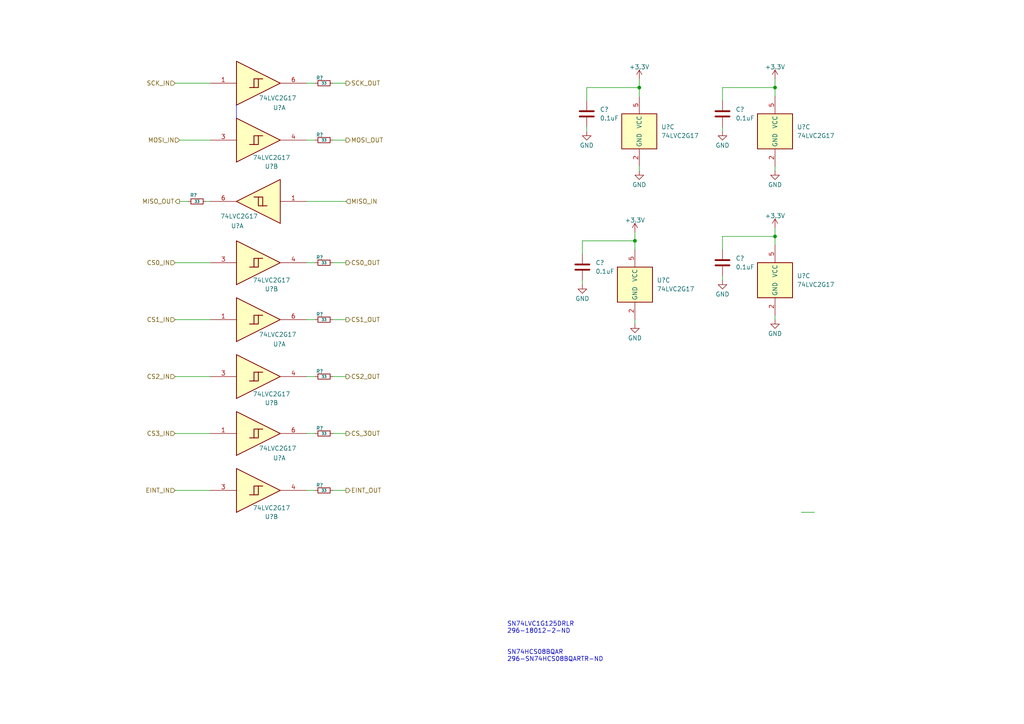
<source format=kicad_sch>
(kicad_sch (version 20250114) (generator "eeschema") (generator_version "9.0")
  (paper "A4")
  (lib_symbols
    (symbol "74xGxx:74LVC2G17"
      (property "Reference" "U" (at -1.27 7.62 0))
      (property "Value" "74LVC2G17" (at 2.54 -7.62 0))
      (symbol "74LVC2G17_1_1"
        (polyline (pts (xy -7.62 6.35) (xy -7.62 -6.35) (xy 5.08 0) (xy -7.62 6.35)) (stroke (width 0.254)) (fill (type background)))
        (polyline (pts (xy -3.81 1.27) (xy -2.54 1.27) (xy -2.54 -1.27) (xy 0 -1.27)) (stroke (width 0.254)) (fill (type background)))
        (polyline (pts (xy -2.54 1.27) (xy -1.27 1.27) (xy -1.27 -1.27)) (stroke (width 0.254)) (fill (type background)))
        (pin input line (at -15.24 0 0) (length 7.62) (name "~") (number "1"))
        (pin output line (at 12.7 0 180) (length 7.62) (name "~") (number "6"))
      )
      (symbol "74LVC2G17_2_1"
        (polyline (pts (xy -7.62 6.35) (xy -7.62 -6.35) (xy 5.08 0) (xy -7.62 6.35)) (stroke (width 0.254)) (fill (type background)))
        (polyline (pts (xy -3.81 1.27) (xy -2.54 1.27) (xy -2.54 -1.27) (xy 0 -1.27)) (stroke (width 0.254)) (fill (type background)))
        (polyline (pts (xy -2.54 1.27) (xy -1.27 1.27) (xy -1.27 -1.27)) (stroke (width 0.254)) (fill (type background)))
        (pin input line (at -15.24 0 0) (length 7.62) (name "~") (number "3"))
        (pin output line (at 12.7 0 180) (length 7.62) (name "~") (number "4"))
      )
      (symbol "74LVC2G17_3_0"
        (rectangle (start -5.08 -5.08) (end 5.08 5.08) (stroke (width 0.254)) (fill (type background)))
      )
      (symbol "74LVC2G17_3_1"
        (pin power_in line (at 0 10.16 270) (length 5.08) (name "VCC") (number "5"))
        (pin power_in line (at 0 -10.16 90) (length 5.08) (name "GND") (number "2"))
      )
    )
    (symbol "Device:C" (pin_numbers (hide yes)) (pin_names (offset 0.254))
      (property "Reference" "C" (at 0.635 2.54 0))
      (property "Value" "C" (at 0.635 -2.54 0))
      (symbol "C_0_1"
        (polyline (pts (xy -2.032 0.762) (xy 2.032 0.762)) (stroke (width 0.508)))
        (polyline (pts (xy -2.032 -0.762) (xy 2.032 -0.762)) (stroke (width 0.508)))
      )
      (symbol "C_1_1"
        (pin passive line (at 0 3.81 270) (length 2.794) (name "~") (number "1"))
        (pin passive line (at 0 -3.81 90) (length 2.794) (name "~") (number "2"))
      )
    )
    (symbol "Device:R_Small" (pin_numbers (hide yes)) (pin_names (offset 0.254) (hide yes))
      (property "Reference" "R" (at 0 0 90))
      (property "Value" "R_Small" (at 1.778 0 90))
      (symbol "R_Small_0_1"
        (rectangle (start -0.762 1.778) (end 0.762 -1.778) (stroke (width 0.2032)))
      )
      (symbol "R_Small_1_1"
        (pin passive line (at 0 2.54 270) (length 0.762) (name "~") (number "1"))
        (pin passive line (at 0 -2.54 90) (length 0.762) (name "~") (number "2"))
      )
    )
    (symbol "power:+3.3V" (power) (pin_names (offset 0))
      (property "Value" "+3.3V" (at 0 3.556 0))
      (symbol "+3.3V_0_1"
        (polyline (pts (xy -0.762 1.27) (xy 0 2.54)))
        (polyline (pts (xy 0 2.54) (xy 0.762 1.27)))
        (polyline (pts (xy 0 0) (xy 0 2.54)))
      )
      (symbol "+3.3V_1_1"
        (pin power_in line (at 0 0 90) (length 0) (hide yes) (name "+3.3V") (number "1"))
      )
    )
    (symbol "power:GND" (power) (pin_names (offset 0))
      (property "Value" "GND" (at 0 -3.81 0))
      (symbol "GND_0_1"
        (polyline (pts (xy 0 0) (xy 0 -1.27) (xy 1.27 -1.27) (xy 0 -2.54) (xy -1.27 -1.27) (xy 0 -1.27)))
      )
      (symbol "GND_1_1"
        (pin power_in line (at 0 0 270) (length 0) (hide yes) (name "GND") (number "1"))
      )
    )
  )
  (text "SN74LVC1G125DRLR\n296-18012-2-ND\n\n\nSN74HCS08BQAR\n296-SN74HCS08BQARTR-ND\n" (at 147.066 186.182 0) (effects (font (size 1.27 1.27)) (justify left)))
  (junction (at 184.15 69.85))
  (junction (at 224.79 25.4))
  (junction (at 224.79 68.58))
  (junction (at 185.42 25.4))
  (wire (pts (xy 88.9 58.42) (xy 100.33 58.42)))
  (wire (pts (xy 170.18 36.83) (xy 170.18 38.1)))
  (wire (pts (xy 50.8 24.13) (xy 60.96 24.13)))
  (wire (pts (xy 209.55 68.58) (xy 209.55 72.39)))
  (wire (pts (xy 209.55 36.83) (xy 209.55 38.1)))
  (wire (pts (xy 88.9 142.24) (xy 91.44 142.24)))
  (wire (pts (xy 88.9 125.73) (xy 91.44 125.73)))
  (wire (pts (xy 100.33 24.13) (xy 96.52 24.13)))
  (wire (pts (xy 170.18 25.4) (xy 185.42 25.4)))
  (wire (pts (xy 50.8 142.24) (xy 60.96 142.24)))
  (wire (pts (xy 96.52 92.71) (xy 100.33 92.71)))
  (wire (pts (xy 224.79 68.58) (xy 224.79 71.12)))
  (wire (pts (xy 224.79 22.86) (xy 224.79 25.4)))
  (wire (pts (xy 96.52 125.73) (xy 100.33 125.73)))
  (wire (pts (xy 59.69 58.42) (xy 60.96 58.42)))
  (wire (pts (xy 88.9 92.71) (xy 91.44 92.71)))
  (wire (pts (xy 52.07 58.42) (xy 54.61 58.42)))
  (wire (pts (xy 168.91 69.85) (xy 168.91 73.66)))
  (wire (pts (xy 88.9 109.22) (xy 91.44 109.22)))
  (wire (pts (xy 209.55 68.58) (xy 224.79 68.58)))
  (wire (pts (xy 168.91 81.28) (xy 168.91 82.55)))
  (wire (pts (xy 209.55 25.4) (xy 224.79 25.4)))
  (wire (pts (xy 185.42 25.4) (xy 185.42 27.94)))
  (wire (pts (xy 50.8 109.22) (xy 60.96 109.22)))
  (wire (pts (xy 170.18 25.4) (xy 170.18 29.21)))
  (wire (pts (xy 50.8 92.71) (xy 60.96 92.71)))
  (wire (pts (xy 100.33 142.24) (xy 96.52 142.24)))
  (wire (pts (xy 209.55 80.01) (xy 209.55 81.28)))
  (wire (pts (xy 100.33 40.64) (xy 96.52 40.64)))
  (wire (pts (xy 184.15 67.31) (xy 184.15 69.85)))
  (wire (pts (xy 184.15 69.85) (xy 184.15 72.39)))
  (wire (pts (xy 224.79 66.04) (xy 224.79 68.58)))
  (wire (pts (xy 224.79 25.4) (xy 224.79 27.94)))
  (wire (pts (xy 50.8 76.2) (xy 60.96 76.2)))
  (wire (pts (xy 185.42 22.86) (xy 185.42 25.4)))
  (wire (pts (xy 168.91 69.85) (xy 184.15 69.85)))
  (polyline (pts (xy 68.58 30.48) (xy 68.58 34.29)))
  (wire (pts (xy 96.52 109.22) (xy 100.33 109.22)))
  (wire (pts (xy 52.07 40.64) (xy 60.96 40.64)))
  (wire (pts (xy 96.52 76.2) (xy 100.33 76.2)))
  (wire (pts (xy 184.15 92.71) (xy 184.15 93.98)))
  (wire (pts (xy 88.9 24.13) (xy 91.44 24.13)))
  (wire (pts (xy 224.79 91.44) (xy 224.79 92.71)))
  (wire (pts (xy 209.55 25.4) (xy 209.55 29.21)))
  (wire (pts (xy 50.8 125.73) (xy 60.96 125.73)))
  (wire (pts (xy 224.79 48.26) (xy 224.79 49.53)))
  (wire (pts (xy 236.22 148.59) (xy 232.41 148.59)))
  (wire (pts (xy 88.9 76.2) (xy 91.44 76.2)))
  (wire (pts (xy 185.42 48.26) (xy 185.42 49.53)))
  (wire (pts (xy 88.9 40.64) (xy 91.44 40.64)))
  (hierarchical_label "CS2_OUT" (shape output) (at 100.33 109.22 0))
  (hierarchical_label "SCK_IN" (shape input) (at 50.8 24.13 180))
  (hierarchical_label "MOSI_IN" (shape input) (at 52.07 40.64 180))
  (hierarchical_label "SCK_OUT" (shape output) (at 100.33 24.13 0))
  (hierarchical_label "CS1_IN" (shape input) (at 50.8 92.71 180))
  (hierarchical_label "CS_3OUT" (shape output) (at 100.33 125.73 0))
  (hierarchical_label "MOSI_OUT" (shape output) (at 100.33 40.64 0))
  (hierarchical_label "CS2_IN" (shape input) (at 50.8 109.22 180))
  (hierarchical_label "CS0_IN" (shape input) (at 50.8 76.2 180))
  (hierarchical_label "CS1_OUT" (shape output) (at 100.33 92.71 0))
  (hierarchical_label "CS0_OUT" (shape output) (at 100.33 76.2 0))
  (hierarchical_label "EINT_OUT" (shape output) (at 100.33 142.24 0))
  (hierarchical_label "MISO_OUT" (shape output) (at 52.07 58.42 180))
  (hierarchical_label "EINT_IN" (shape input) (at 50.8 142.24 180))
  (hierarchical_label "MISO_IN" (shape input) (at 100.33 58.42 0))
  (hierarchical_label "CS3_IN" (shape input) (at 50.8 125.73 180))
  (symbol (lib_id "Device:R_Small") (at 93.98 92.71 90) (unit 1)
    (property "Reference" "R?" (at 92.71 91.186 90) (effects (font (size 1.016 1.016))))
    (property "Value" "33" (at 93.98 92.71 90) (effects (font (size 0.762 0.762))))
    (property "Description" "Resistor, small symbol" (effects (hide yes)))
  )
  (symbol (lib_id "74xGxx:74LVC2G17") (at 184.15 82.55 0) (unit 3)
    (property "Reference" "U?" (at 190.5 81.2799 0) (effects (justify left)))
    (property "Value" "74LVC2G17" (at 190.5 83.8199 0) (effects (justify left)))
    (property "Footprint" "Package_TO_SOT_SMD:SOT-23-6" (effects (hide yes)))
    (property "Datasheet" "http://www.ti.com/lit/sg/scyt129e/scyt129e.pdf" (effects (hide yes)))
    (property "Description" "Dual Buffer, Schmitt Triggered, Low-Voltage CMOS" (effects (hide yes)))
  )
  (symbol (lib_id "74xGxx:74LVC2G17") (at 76.2 142.24 0) (mirror x) (unit 2)
    (property "Reference" "U?" (at 78.74 149.86 0))
    (property "Value" "74LVC2G17" (at 78.74 147.32 0))
    (property "Footprint" "Package_TO_SOT_SMD:SOT-23-6" (effects (hide yes)))
    (property "Datasheet" "http://www.ti.com/lit/sg/scyt129e/scyt129e.pdf" (effects (hide yes)))
    (property "Description" "Dual Buffer, Schmitt Triggered, Low-Voltage CMOS" (effects (hide yes)))
  )
  (symbol (lib_id "power:+3.3V") (at 184.15 67.31 0) (unit 1)
    (property "Reference" "#PWR0134" (effects (hide yes)))
    (property "Value" "+3.3V" (at 184.15 63.881 0))
    (instances (project "arena_10_of_10_v1r1" (path "" (reference "#PWR0245") (unit 1)) (path "" (reference "#PWR0271") (unit 1)) (path "" (reference "#PWR0134") (unit 1)) (path "" (reference "#PWR0166") (unit 1)) (path "" (reference "#PWR0258") (unit 1)) (path "" (reference "#PWR0219") (unit 1)) (path "" (reference "#PWR0151") (unit 1)) (path "" (reference "#PWR0196") (unit 1)) (path "" (reference "#PWR0181") (unit 1)) (path "" (reference "#PWR0232") (unit 1))))
  )
  (symbol (lib_id "power:GND") (at 168.91 82.55 0) (mirror y) (unit 1)
    (property "Reference" "#PWR0131" (effects (hide yes)))
    (property "Value" "GND" (at 168.91 86.614 0))
    (instances (project "arena_10_of_10_v1r1" (path "" (reference "#PWR0242") (unit 1)) (path "" (reference "#PWR0268") (unit 1)) (path "" (reference "#PWR0131") (unit 1)) (path "" (reference "#PWR0163") (unit 1)) (path "" (reference "#PWR0255") (unit 1)) (path "" (reference "#PWR0216") (unit 1)) (path "" (reference "#PWR0148") (unit 1)) (path "" (reference "#PWR0193") (unit 1)) (path "" (reference "#PWR0178") (unit 1)) (path "" (reference "#PWR0229") (unit 1))))
  )
  (symbol (lib_id "Device:R_Small") (at 93.98 24.13 90) (unit 1)
    (property "Reference" "R?" (at 92.71 22.606 90) (effects (font (size 1.016 1.016))))
    (property "Value" "33" (at 93.98 24.13 90) (effects (font (size 0.762 0.762))))
    (property "Description" "Resistor, small symbol" (effects (hide yes)))
  )
  (symbol (lib_id "74xGxx:74LVC2G17") (at 185.42 38.1 0) (unit 3)
    (property "Reference" "U?" (at 191.77 36.8299 0) (effects (justify left)))
    (property "Value" "74LVC2G17" (at 191.77 39.3699 0) (effects (justify left)))
    (property "Footprint" "Package_TO_SOT_SMD:SOT-23-6" (effects (hide yes)))
    (property "Datasheet" "http://www.ti.com/lit/sg/scyt129e/scyt129e.pdf" (effects (hide yes)))
    (property "Description" "Dual Buffer, Schmitt Triggered, Low-Voltage CMOS" (effects (hide yes)))
  )
  (symbol (lib_id "74xGxx:74LVC2G17") (at 73.66 58.42 180) (unit 1)
    (property "Reference" "U?" (at 68.834 65.532 0))
    (property "Value" "74LVC2G17" (at 69.342 62.738 0))
    (property "Footprint" "Package_TO_SOT_SMD:SOT-23-6" (effects (hide yes)))
    (property "Datasheet" "http://www.ti.com/lit/sg/scyt129e/scyt129e.pdf" (effects (hide yes)))
    (property "Description" "Dual Buffer, Schmitt Triggered, Low-Voltage CMOS" (effects (hide yes)))
  )
  (symbol (lib_id "power:GND") (at 184.15 93.98 0) (mirror y) (unit 1)
    (property "Reference" "#PWR0135" (effects (hide yes)))
    (property "Value" "GND" (at 184.15 98.044 0))
    (instances (project "arena_10_of_10_v1r1" (path "" (reference "#PWR0246") (unit 1)) (path "" (reference "#PWR0272") (unit 1)) (path "" (reference "#PWR0135") (unit 1)) (path "" (reference "#PWR0167") (unit 1)) (path "" (reference "#PWR0259") (unit 1)) (path "" (reference "#PWR0220") (unit 1)) (path "" (reference "#PWR0152") (unit 1)) (path "" (reference "#PWR0197") (unit 1)) (path "" (reference "#PWR0182") (unit 1)) (path "" (reference "#PWR0233") (unit 1))))
  )
  (symbol (lib_id "Device:R_Small") (at 57.15 58.42 270) (mirror x) (unit 1)
    (property "Reference" "R?" (at 56.134 56.642 90) (effects (font (size 1.016 1.016))))
    (property "Value" "33" (at 57.15 58.42 90) (effects (font (size 0.762 0.762))))
    (property "Description" "Resistor, small symbol" (effects (hide yes)))
  )
  (symbol (lib_id "power:+3.3V") (at 224.79 66.04 0) (unit 1)
    (property "Reference" "#PWR0140" (effects (hide yes)))
    (property "Value" "+3.3V" (at 224.79 62.611 0))
    (instances (project "arena_10_of_10_v1r1" (path "" (reference "#PWR0251") (unit 1)) (path "" (reference "#PWR0277") (unit 1)) (path "" (reference "#PWR0140") (unit 1)) (path "" (reference "#PWR0172") (unit 1)) (path "" (reference "#PWR0264") (unit 1)) (path "" (reference "#PWR0225") (unit 1)) (path "" (reference "#PWR0157") (unit 1)) (path "" (reference "#PWR0202") (unit 1)) (path "" (reference "#PWR0187") (unit 1)) (path "" (reference "#PWR0238") (unit 1))))
  )
  (symbol (lib_id "Device:R_Small") (at 93.98 142.24 90) (unit 1)
    (property "Reference" "R?" (at 92.71 140.716 90) (effects (font (size 1.016 1.016))))
    (property "Value" "33" (at 93.98 142.24 90) (effects (font (size 0.762 0.762))))
    (property "Description" "Resistor, small symbol" (effects (hide yes)))
  )
  (symbol (lib_id "power:GND") (at 185.42 49.53 0) (mirror y) (unit 1)
    (property "Reference" "#PWR0133" (effects (hide yes)))
    (property "Value" "GND" (at 185.42 53.594 0))
    (instances (project "arena_10_of_10_v1r1" (path "" (reference "#PWR0244") (unit 1)) (path "" (reference "#PWR0270") (unit 1)) (path "" (reference "#PWR0133") (unit 1)) (path "" (reference "#PWR0165") (unit 1)) (path "" (reference "#PWR0257") (unit 1)) (path "" (reference "#PWR0218") (unit 1)) (path "" (reference "#PWR0150") (unit 1)) (path "" (reference "#PWR0195") (unit 1)) (path "" (reference "#PWR0180") (unit 1)) (path "" (reference "#PWR0231") (unit 1))))
  )
  (symbol (lib_id "Device:C") (at 209.55 33.02 0) (unit 1)
    (property "Reference" "C?" (at 213.36 31.7499 0) (effects (justify left)))
    (property "Value" "0.1uF" (at 213.36 34.2899 0) (effects (justify left)))
    (property "Footprint" "Capacitor_SMD:C_0402_1005Metric" (effects (hide yes)))
    (property "Description" "Unpolarized capacitor" (effects (hide yes)))
  )
  (symbol (lib_id "74xGxx:74LVC2G17") (at 76.2 125.73 0) (mirror x) (unit 1)
    (property "Reference" "U?" (at 81.026 132.842 0))
    (property "Value" "74LVC2G17" (at 80.518 130.048 0))
    (property "Footprint" "Package_TO_SOT_SMD:SOT-23-6" (effects (hide yes)))
    (property "Datasheet" "http://www.ti.com/lit/sg/scyt129e/scyt129e.pdf" (effects (hide yes)))
    (property "Description" "Dual Buffer, Schmitt Triggered, Low-Voltage CMOS" (effects (hide yes)))
  )
  (symbol (lib_id "Device:C") (at 170.18 33.02 0) (unit 1)
    (property "Reference" "C?" (at 173.99 31.7499 0) (effects (justify left)))
    (property "Value" "0.1uF" (at 173.99 34.2899 0) (effects (justify left)))
    (property "Footprint" "Capacitor_SMD:C_0402_1005Metric" (effects (hide yes)))
    (property "Description" "Unpolarized capacitor" (effects (hide yes)))
  )
  (symbol (lib_id "Device:R_Small") (at 93.98 109.22 90) (unit 1)
    (property "Reference" "R?" (at 92.71 107.696 90) (effects (font (size 1.016 1.016))))
    (property "Value" "33" (at 93.98 109.22 90) (effects (font (size 0.762 0.762))))
    (property "Description" "Resistor, small symbol" (effects (hide yes)))
  )
  (symbol (lib_id "74xGxx:74LVC2G17") (at 76.2 76.2 0) (mirror x) (unit 2)
    (property "Reference" "U?" (at 78.74 83.82 0))
    (property "Value" "74LVC2G17" (at 78.74 81.28 0))
    (property "Footprint" "Package_TO_SOT_SMD:SOT-23-6" (effects (hide yes)))
    (property "Datasheet" "http://www.ti.com/lit/sg/scyt129e/scyt129e.pdf" (effects (hide yes)))
    (property "Description" "Dual Buffer, Schmitt Triggered, Low-Voltage CMOS" (effects (hide yes)))
  )
  (symbol (lib_id "74xGxx:74LVC2G17") (at 224.79 38.1 0) (unit 3)
    (property "Reference" "U?" (at 231.14 36.8299 0) (effects (justify left)))
    (property "Value" "74LVC2G17" (at 231.14 39.3699 0) (effects (justify left)))
    (property "Footprint" "Package_TO_SOT_SMD:SOT-23-6" (effects (hide yes)))
    (property "Datasheet" "http://www.ti.com/lit/sg/scyt129e/scyt129e.pdf" (effects (hide yes)))
    (property "Description" "Dual Buffer, Schmitt Triggered, Low-Voltage CMOS" (effects (hide yes)))
  )
  (symbol (lib_id "power:GND") (at 224.79 49.53 0) (mirror y) (unit 1)
    (property "Reference" "#PWR0139" (effects (hide yes)))
    (property "Value" "GND" (at 224.79 53.594 0))
    (instances (project "arena_10_of_10_v1r1" (path "" (reference "#PWR0250") (unit 1)) (path "" (reference "#PWR0276") (unit 1)) (path "" (reference "#PWR0139") (unit 1)) (path "" (reference "#PWR0171") (unit 1)) (path "" (reference "#PWR0263") (unit 1)) (path "" (reference "#PWR0224") (unit 1)) (path "" (reference "#PWR0156") (unit 1)) (path "" (reference "#PWR0201") (unit 1)) (path "" (reference "#PWR0186") (unit 1)) (path "" (reference "#PWR0237") (unit 1))))
  )
  (symbol (lib_id "power:+3.3V") (at 185.42 22.86 0) (unit 1)
    (property "Reference" "#PWR0132" (effects (hide yes)))
    (property "Value" "+3.3V" (at 185.42 19.431 0))
    (instances (project "arena_10_of_10_v1r1" (path "" (reference "#PWR0243") (unit 1)) (path "" (reference "#PWR0269") (unit 1)) (path "" (reference "#PWR0132") (unit 1)) (path "" (reference "#PWR0164") (unit 1)) (path "" (reference "#PWR0256") (unit 1)) (path "" (reference "#PWR0217") (unit 1)) (path "" (reference "#PWR0149") (unit 1)) (path "" (reference "#PWR0194") (unit 1)) (path "" (reference "#PWR0179") (unit 1)) (path "" (reference "#PWR0230") (unit 1))))
  )
  (symbol (lib_id "74xGxx:74LVC2G17") (at 224.79 81.28 0) (unit 3)
    (property "Reference" "U?" (at 231.14 80.0099 0) (effects (justify left)))
    (property "Value" "74LVC2G17" (at 231.14 82.5499 0) (effects (justify left)))
    (property "Footprint" "Package_TO_SOT_SMD:SOT-23-6" (effects (hide yes)))
    (property "Datasheet" "http://www.ti.com/lit/sg/scyt129e/scyt129e.pdf" (effects (hide yes)))
    (property "Description" "Dual Buffer, Schmitt Triggered, Low-Voltage CMOS" (effects (hide yes)))
  )
  (symbol (lib_id "power:+3.3V") (at 224.79 22.86 0) (unit 1)
    (property "Reference" "#PWR0138" (effects (hide yes)))
    (property "Value" "+3.3V" (at 224.79 19.431 0))
    (instances (project "arena_10_of_10_v1r1" (path "" (reference "#PWR0249") (unit 1)) (path "" (reference "#PWR0275") (unit 1)) (path "" (reference "#PWR0138") (unit 1)) (path "" (reference "#PWR0170") (unit 1)) (path "" (reference "#PWR0262") (unit 1)) (path "" (reference "#PWR0223") (unit 1)) (path "" (reference "#PWR0155") (unit 1)) (path "" (reference "#PWR0200") (unit 1)) (path "" (reference "#PWR0185") (unit 1)) (path "" (reference "#PWR0236") (unit 1))))
  )
  (symbol (lib_id "Device:C") (at 209.55 76.2 0) (unit 1)
    (property "Reference" "C?" (at 213.36 74.9299 0) (effects (justify left)))
    (property "Value" "0.1uF" (at 213.36 77.4699 0) (effects (justify left)))
    (property "Footprint" "Capacitor_SMD:C_0402_1005Metric" (effects (hide yes)))
    (property "Description" "Unpolarized capacitor" (effects (hide yes)))
  )
  (symbol (lib_id "power:GND") (at 209.55 81.28 0) (mirror y) (unit 1)
    (property "Reference" "#PWR0137" (effects (hide yes)))
    (property "Value" "GND" (at 209.55 85.344 0))
    (instances (project "arena_10_of_10_v1r1" (path "" (reference "#PWR0248") (unit 1)) (path "" (reference "#PWR0274") (unit 1)) (path "" (reference "#PWR0137") (unit 1)) (path "" (reference "#PWR0169") (unit 1)) (path "" (reference "#PWR0261") (unit 1)) (path "" (reference "#PWR0222") (unit 1)) (path "" (reference "#PWR0154") (unit 1)) (path "" (reference "#PWR0199") (unit 1)) (path "" (reference "#PWR0184") (unit 1)) (path "" (reference "#PWR0235") (unit 1))))
  )
  (symbol (lib_id "Device:R_Small") (at 93.98 76.2 90) (unit 1)
    (property "Reference" "R?" (at 92.71 74.676 90) (effects (font (size 1.016 1.016))))
    (property "Value" "33" (at 93.98 76.2 90) (effects (font (size 0.762 0.762))))
    (property "Description" "Resistor, small symbol" (effects (hide yes)))
  )
  (symbol (lib_id "74xGxx:74LVC2G17") (at 76.2 40.64 0) (mirror x) (unit 2)
    (property "Reference" "U?" (at 78.74 48.26 0))
    (property "Value" "74LVC2G17" (at 78.74 45.72 0))
    (property "Footprint" "Package_TO_SOT_SMD:SOT-23-6" (effects (hide yes)))
    (property "Datasheet" "http://www.ti.com/lit/sg/scyt129e/scyt129e.pdf" (effects (hide yes)))
    (property "Description" "Dual Buffer, Schmitt Triggered, Low-Voltage CMOS" (effects (hide yes)))
  )
  (symbol (lib_id "power:GND") (at 209.55 38.1 0) (mirror y) (unit 1)
    (property "Reference" "#PWR0136" (effects (hide yes)))
    (property "Value" "GND" (at 209.55 42.164 0))
    (instances (project "arena_10_of_10_v1r1" (path "" (reference "#PWR0247") (unit 1)) (path "" (reference "#PWR0273") (unit 1)) (path "" (reference "#PWR0136") (unit 1)) (path "" (reference "#PWR0168") (unit 1)) (path "" (reference "#PWR0260") (unit 1)) (path "" (reference "#PWR0221") (unit 1)) (path "" (reference "#PWR0153") (unit 1)) (path "" (reference "#PWR0198") (unit 1)) (path "" (reference "#PWR0183") (unit 1)) (path "" (reference "#PWR0234") (unit 1))))
  )
  (symbol (lib_id "power:GND") (at 170.18 38.1 0) (mirror y) (unit 1)
    (property "Reference" "#PWR0130" (effects (hide yes)))
    (property "Value" "GND" (at 170.18 42.164 0))
    (instances (project "arena_10_of_10_v1r1" (path "" (reference "#PWR0241") (unit 1)) (path "" (reference "#PWR0267") (unit 1)) (path "" (reference "#PWR0130") (unit 1)) (path "" (reference "#PWR0162") (unit 1)) (path "" (reference "#PWR0254") (unit 1)) (path "" (reference "#PWR0215") (unit 1)) (path "" (reference "#PWR0147") (unit 1)) (path "" (reference "#PWR0192") (unit 1)) (path "" (reference "#PWR0177") (unit 1)) (path "" (reference "#PWR0228") (unit 1))))
  )
  (symbol (lib_id "74xGxx:74LVC2G17") (at 76.2 92.71 0) (mirror x) (unit 1)
    (property "Reference" "U?" (at 81.026 99.822 0))
    (property "Value" "74LVC2G17" (at 80.518 97.028 0))
    (property "Footprint" "Package_TO_SOT_SMD:SOT-23-6" (effects (hide yes)))
    (property "Datasheet" "http://www.ti.com/lit/sg/scyt129e/scyt129e.pdf" (effects (hide yes)))
    (property "Description" "Dual Buffer, Schmitt Triggered, Low-Voltage CMOS" (effects (hide yes)))
  )
  (symbol (lib_id "Device:R_Small") (at 93.98 40.64 90) (unit 1)
    (property "Reference" "R?" (at 92.71 39.116 90) (effects (font (size 1.016 1.016))))
    (property "Value" "33" (at 93.98 40.64 90) (effects (font (size 0.762 0.762))))
    (property "Description" "Resistor, small symbol" (effects (hide yes)))
  )
  (symbol (lib_id "74xGxx:74LVC2G17") (at 76.2 24.13 0) (mirror x) (unit 1)
    (property "Reference" "U?" (at 81.026 31.242 0))
    (property "Value" "74LVC2G17" (at 80.518 28.448 0))
    (property "Footprint" "Package_TO_SOT_SMD:SOT-23-6" (effects (hide yes)))
    (property "Datasheet" "http://www.ti.com/lit/sg/scyt129e/scyt129e.pdf" (effects (hide yes)))
    (property "Description" "Dual Buffer, Schmitt Triggered, Low-Voltage CMOS" (effects (hide yes)))
  )
  (symbol (lib_id "Device:R_Small") (at 93.98 125.73 90) (unit 1)
    (property "Reference" "R?" (at 92.71 124.206 90) (effects (font (size 1.016 1.016))))
    (property "Value" "33" (at 93.98 125.73 90) (effects (font (size 0.762 0.762))))
    (property "Description" "Resistor, small symbol" (effects (hide yes)))
  )
  (symbol (lib_id "Device:C") (at 168.91 77.47 0) (unit 1)
    (property "Reference" "C?" (at 172.72 76.1999 0) (effects (justify left)))
    (property "Value" "0.1uF" (at 172.72 78.7399 0) (effects (justify left)))
    (property "Footprint" "Capacitor_SMD:C_0402_1005Metric" (effects (hide yes)))
    (property "Description" "Unpolarized capacitor" (effects (hide yes)))
  )
  (symbol (lib_id "74xGxx:74LVC2G17") (at 76.2 109.22 0) (mirror x) (unit 2)
    (property "Reference" "U?" (at 78.74 116.84 0))
    (property "Value" "74LVC2G17" (at 78.74 114.3 0))
    (property "Footprint" "Package_TO_SOT_SMD:SOT-23-6" (effects (hide yes)))
    (property "Datasheet" "http://www.ti.com/lit/sg/scyt129e/scyt129e.pdf" (effects (hide yes)))
    (property "Description" "Dual Buffer, Schmitt Triggered, Low-Voltage CMOS" (effects (hide yes)))
  )
  (symbol (lib_id "power:GND") (at 224.79 92.71 0) (mirror y) (unit 1)
    (property "Reference" "#PWR0141" (effects (hide yes)))
    (property "Value" "GND" (at 224.79 96.774 0))
    (instances (project "arena_10_of_10_v1r1" (path "" (reference "#PWR0252") (unit 1)) (path "" (reference "#PWR0278") (unit 1)) (path "" (reference "#PWR0141") (unit 1)) (path "" (reference "#PWR0173") (unit 1)) (path "" (reference "#PWR0265") (unit 1)) (path "" (reference "#PWR0226") (unit 1)) (path "" (reference "#PWR0158") (unit 1)) (path "" (reference "#PWR0203") (unit 1)) (path "" (reference "#PWR0188") (unit 1)) (path "" (reference "#PWR0239") (unit 1))))
  )
)
</source>
